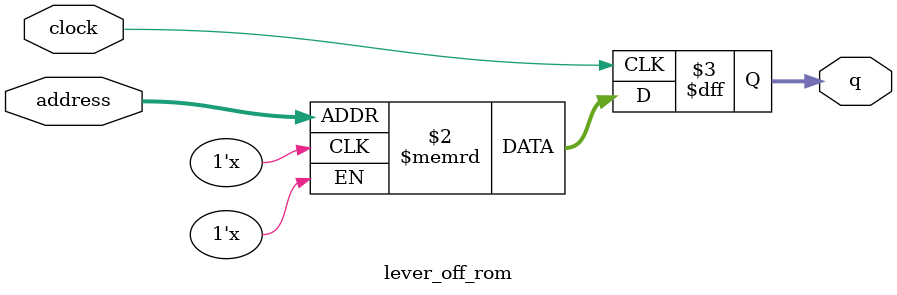
<source format=sv>
module lever_off_rom (
	input logic clock,
	input logic [8:0] address,
	output logic [2:0] q
);

logic [2:0] memory [0:399] /* synthesis ram_init_file = "./lever_off/lever_off.COE" */;

always_ff @ (posedge clock) begin
	q <= memory[address];
end

endmodule

</source>
